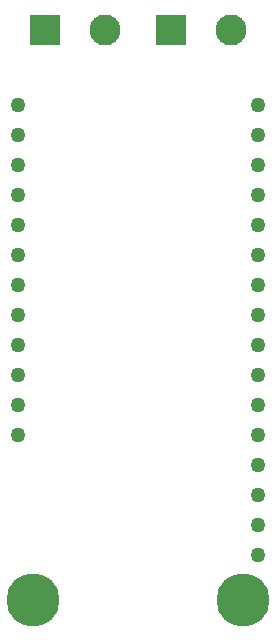
<source format=gbr>
%TF.GenerationSoftware,KiCad,Pcbnew,5.99.0-unknown-fc7f1d1d86~106~ubuntu20.04.1*%
%TF.CreationDate,2021-01-14T14:58:15+11:00*%
%TF.ProjectId,automotive-featherwing,6175746f-6d6f-4746-9976-652d66656174,rev?*%
%TF.SameCoordinates,Original*%
%TF.FileFunction,Soldermask,Bot*%
%TF.FilePolarity,Negative*%
%FSLAX46Y46*%
G04 Gerber Fmt 4.6, Leading zero omitted, Abs format (unit mm)*
G04 Created by KiCad (PCBNEW 5.99.0-unknown-fc7f1d1d86~106~ubuntu20.04.1) date 2021-01-14 14:58:15*
%MOMM*%
%LPD*%
G01*
G04 APERTURE LIST*
%ADD10C,4.500000*%
%ADD11R,2.625000X2.625000*%
%ADD12C,2.625000*%
%ADD13C,1.270000*%
G04 APERTURE END LIST*
D10*
%TO.C,*%
X152400000Y-129540000D03*
%TD*%
D11*
%TO.C,J3*%
X135636000Y-81280000D03*
D12*
X140716000Y-81280000D03*
%TD*%
D10*
%TO.C,*%
X134620000Y-129540000D03*
%TD*%
D13*
%TO.C,J1*%
X133350000Y-115570000D03*
X133350000Y-113030000D03*
X133350000Y-110490000D03*
X133350000Y-107950000D03*
X133350000Y-105410000D03*
X133350000Y-102870000D03*
X133350000Y-100330000D03*
X133350000Y-97790000D03*
X133350000Y-95250000D03*
X133350000Y-92710000D03*
X133350000Y-90170000D03*
X133350000Y-87630000D03*
%TD*%
%TO.C,J2*%
X153670000Y-87630000D03*
X153670000Y-90170000D03*
X153670000Y-92710000D03*
X153670000Y-95250000D03*
X153670000Y-97790000D03*
X153670000Y-100330000D03*
X153670000Y-102870000D03*
X153670000Y-105410000D03*
X153670000Y-107950000D03*
X153670000Y-110490000D03*
X153670000Y-113030000D03*
X153670000Y-115570000D03*
X153670000Y-118110000D03*
X153670000Y-120650000D03*
X153670000Y-123190000D03*
X153670000Y-125730000D03*
%TD*%
D11*
%TO.C,CAN0*%
X146304000Y-81280000D03*
D12*
X151384000Y-81280000D03*
%TD*%
M02*

</source>
